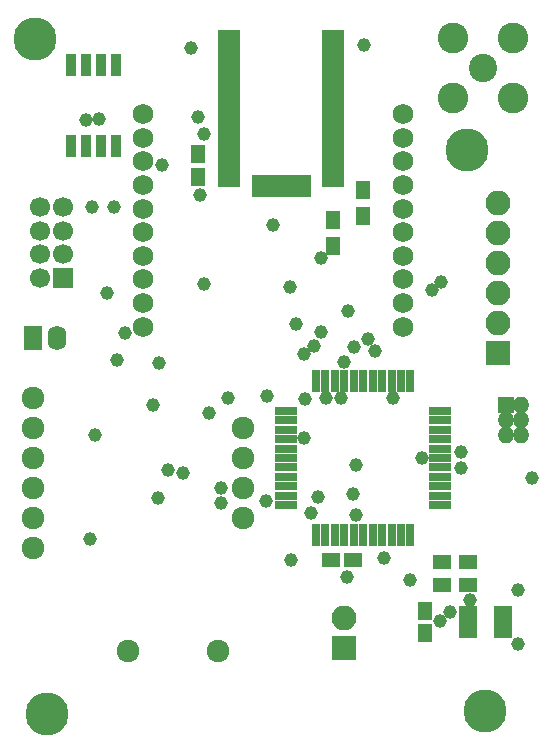
<source format=gbr>
G04 #@! TF.FileFunction,Soldermask,Bot*
%FSLAX46Y46*%
G04 Gerber Fmt 4.6, Leading zero omitted, Abs format (unit mm)*
G04 Created by KiCad (PCBNEW 4.0.7) date Sunday, February 25, 2018 'PMt' 02:02:58 PM*
%MOMM*%
%LPD*%
G01*
G04 APERTURE LIST*
%ADD10C,0.128000*%
%ADD11C,1.924000*%
%ADD12R,0.950000X1.900000*%
%ADD13R,0.800000X1.900000*%
%ADD14R,1.900000X0.800000*%
%ADD15R,1.650000X0.670000*%
%ADD16R,1.100000X1.900000*%
%ADD17R,1.900000X1.100000*%
%ADD18R,1.900000X1.400000*%
%ADD19C,1.727200*%
%ADD20R,1.416000X1.416000*%
%ADD21O,1.416000X1.416000*%
%ADD22R,2.100000X2.100000*%
%ADD23O,2.100000X2.100000*%
%ADD24R,1.600000X1.150000*%
%ADD25R,1.150000X1.600000*%
%ADD26R,1.600000X1.300000*%
%ADD27R,1.700000X1.700000*%
%ADD28C,1.700000*%
%ADD29C,2.600000*%
%ADD30C,2.400000*%
%ADD31R,1.300000X1.600000*%
%ADD32C,1.162000*%
%ADD33R,1.600000X2.100000*%
%ADD34O,1.600000X2.100000*%
%ADD35C,3.650000*%
G04 APERTURE END LIST*
D10*
D11*
X145161000Y-110363000D03*
X152781000Y-110363000D03*
D12*
X144145000Y-60735000D03*
X144145000Y-67535000D03*
X142875000Y-60735000D03*
X142875000Y-67535000D03*
X141605000Y-60735000D03*
X141605000Y-67535000D03*
X140335000Y-60735000D03*
X140335000Y-67535000D03*
D13*
X169100000Y-100480000D03*
X168300000Y-100480000D03*
X167500000Y-100480000D03*
X166700000Y-100480000D03*
X165900000Y-100480000D03*
X165100000Y-100480000D03*
X164300000Y-100480000D03*
X163500000Y-100480000D03*
X162700000Y-100480000D03*
X161900000Y-100480000D03*
X161100000Y-100480000D03*
D14*
X158600000Y-97980000D03*
X158600000Y-97180000D03*
X158600000Y-96380000D03*
X158600000Y-95580000D03*
X158600000Y-94780000D03*
X158600000Y-93980000D03*
X158600000Y-93180000D03*
X158600000Y-92380000D03*
X158600000Y-91580000D03*
X158600000Y-90780000D03*
X158600000Y-89980000D03*
D13*
X161100000Y-87480000D03*
X161900000Y-87480000D03*
X162700000Y-87480000D03*
X163500000Y-87480000D03*
X164300000Y-87480000D03*
X165100000Y-87480000D03*
X165900000Y-87480000D03*
X166700000Y-87480000D03*
X167500000Y-87480000D03*
X168300000Y-87480000D03*
X169100000Y-87480000D03*
D14*
X171600000Y-89980000D03*
X171600000Y-90780000D03*
X171600000Y-91580000D03*
X171600000Y-92380000D03*
X171600000Y-93180000D03*
X171600000Y-93980000D03*
X171600000Y-94780000D03*
X171600000Y-95580000D03*
X171600000Y-96380000D03*
X171600000Y-97180000D03*
X171600000Y-97980000D03*
D15*
X176950500Y-108886500D03*
X173950500Y-108886500D03*
X176950500Y-108386500D03*
X173950500Y-108386500D03*
X176950500Y-107886500D03*
X173950500Y-107886500D03*
X176950500Y-107386500D03*
X173950500Y-107386500D03*
X176950500Y-106886500D03*
X173950500Y-106886500D03*
D16*
X160160000Y-70970000D03*
D17*
X153760000Y-70570000D03*
X153760000Y-69570000D03*
X153760000Y-68570000D03*
X153760000Y-67570000D03*
X153760000Y-66570000D03*
X153760000Y-65570000D03*
X153760000Y-64570000D03*
X153760000Y-63570000D03*
X153760000Y-62570000D03*
X153760000Y-61570000D03*
X153760000Y-60570000D03*
X153760000Y-59570000D03*
D18*
X153760000Y-58420000D03*
X162560000Y-58420000D03*
D17*
X162560000Y-59570000D03*
X162560000Y-60570000D03*
X162560000Y-61570000D03*
X162560000Y-62570000D03*
X162560000Y-63570000D03*
X162560000Y-64570000D03*
X162560000Y-65570000D03*
X162560000Y-66570000D03*
X162560000Y-67570000D03*
X162560000Y-68570000D03*
X162560000Y-69570000D03*
X162560000Y-70570000D03*
D16*
X159160000Y-70970000D03*
X158160000Y-70970000D03*
X157160000Y-70970000D03*
X156160000Y-70970000D03*
D19*
X168478200Y-82864960D03*
X168478200Y-80863440D03*
X168478200Y-78864460D03*
X168478200Y-76862940D03*
X168478200Y-74863960D03*
X168478200Y-72864980D03*
X168478200Y-70863460D03*
X168478200Y-68864480D03*
X168478200Y-66862960D03*
X168478200Y-64863980D03*
X146481800Y-64863980D03*
X146481800Y-66862960D03*
X146481800Y-68864480D03*
X146481800Y-70863460D03*
X146481800Y-72864980D03*
X146481800Y-74863960D03*
X146481800Y-76862940D03*
X146481800Y-78864460D03*
X146481800Y-80863440D03*
X146481800Y-82864960D03*
D20*
X177165000Y-89535000D03*
D21*
X178435000Y-89535000D03*
X177165000Y-90805000D03*
X178435000Y-90805000D03*
X177165000Y-92075000D03*
X178435000Y-92075000D03*
D22*
X176530000Y-85090000D03*
D23*
X176530000Y-82550000D03*
X176530000Y-80010000D03*
X176530000Y-77470000D03*
X176530000Y-74930000D03*
X176530000Y-72390000D03*
D24*
X162372000Y-102616000D03*
X164272000Y-102616000D03*
D25*
X170370500Y-108836500D03*
X170370500Y-106936500D03*
D26*
X171810500Y-104711500D03*
X174010500Y-104711500D03*
X174010500Y-102806500D03*
X171810500Y-102806500D03*
D11*
X137160000Y-101600000D03*
X137160000Y-99060000D03*
X137160000Y-96520000D03*
X137160000Y-93980000D03*
X137160000Y-91440000D03*
X137160000Y-88900000D03*
X154940000Y-91440000D03*
X154940000Y-93980000D03*
X154940000Y-96520000D03*
X154940000Y-99060000D03*
D27*
X139700000Y-78740000D03*
D28*
X139700000Y-76740000D03*
X139700000Y-74740000D03*
X139700000Y-72740000D03*
X137700000Y-78740000D03*
X137700000Y-76740000D03*
X137700000Y-74740000D03*
X137700000Y-72740000D03*
D29*
X172720000Y-63500000D03*
X172720000Y-58420000D03*
X177800000Y-58420000D03*
X177800000Y-63500000D03*
D30*
X175260000Y-60960000D03*
D31*
X165100000Y-71290000D03*
X165100000Y-73490000D03*
X162560000Y-73830000D03*
X162560000Y-76030000D03*
D25*
X151130000Y-70165000D03*
X151130000Y-68265000D03*
D32*
X152019000Y-90170000D03*
X165163500Y-58991500D03*
X150558500Y-59245500D03*
D22*
X163449000Y-110109000D03*
D23*
X163449000Y-107569000D03*
D33*
X137160000Y-83820000D03*
D34*
X139160000Y-83820000D03*
D32*
X166878000Y-102489000D03*
X151638000Y-66548000D03*
X160147000Y-89027000D03*
D35*
X138303000Y-115697000D03*
X173863000Y-67945000D03*
X137287000Y-58547000D03*
X175387000Y-115443000D03*
D32*
X151638000Y-79247998D03*
X173355000Y-94869000D03*
X179367000Y-95710996D03*
X161290000Y-97282002D03*
X160120021Y-92329000D03*
X158966619Y-102653381D03*
X167640000Y-88900000D03*
X174180500Y-105981500D03*
X148030990Y-69215000D03*
X151257000Y-71755000D03*
X151130000Y-65151000D03*
X153670000Y-88900000D03*
X165481000Y-83947000D03*
X161543998Y-83312000D03*
X163830000Y-81534000D03*
X166116000Y-84963000D03*
X173355000Y-93472000D03*
X157473990Y-74295000D03*
X169037000Y-104293979D03*
X159385000Y-82677000D03*
X161925000Y-88900000D03*
X163195000Y-88900000D03*
X160655000Y-98679000D03*
X170053000Y-93980000D03*
X178181000Y-109728000D03*
X158877000Y-79502000D03*
X161544000Y-77089000D03*
X172466000Y-107061000D03*
X171577000Y-107823000D03*
X170942000Y-79756000D03*
X142748000Y-65278000D03*
X171704004Y-79121000D03*
X141605000Y-65405000D03*
X156972000Y-88773000D03*
X141986000Y-100838000D03*
X142367000Y-92075000D03*
X156845000Y-97663000D03*
X149860000Y-95249998D03*
X148590000Y-95036538D03*
X147701000Y-97409000D03*
X153035000Y-97790000D03*
X153035000Y-96520000D03*
X147320000Y-89535000D03*
X143383000Y-80010000D03*
X144272000Y-85725000D03*
X160909000Y-84530990D03*
X142113000Y-72771000D03*
X164338000Y-84582000D03*
X144018000Y-72771000D03*
X144907002Y-83439000D03*
X160120021Y-85217000D03*
X147828000Y-85903010D03*
X163449000Y-85852000D03*
X164465000Y-98806000D03*
X164211000Y-97028000D03*
X163703000Y-104025977D03*
X164465000Y-94615000D03*
X178181000Y-105156000D03*
M02*

</source>
